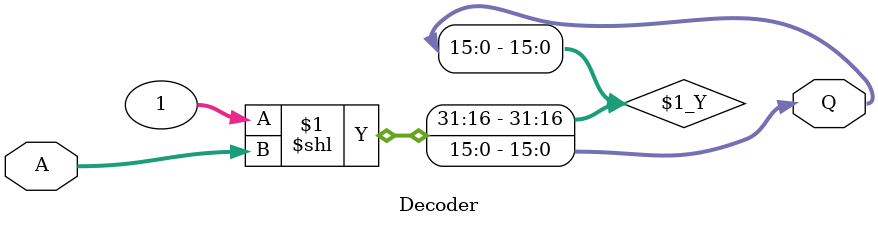
<source format=sv>
module Decoder #(parameter int N = 4) (
    input logic [N-1:0]A ,
    output logic [2**N-1:0]Q 
);

    assign Q = 1 << A;

endmodule

</source>
